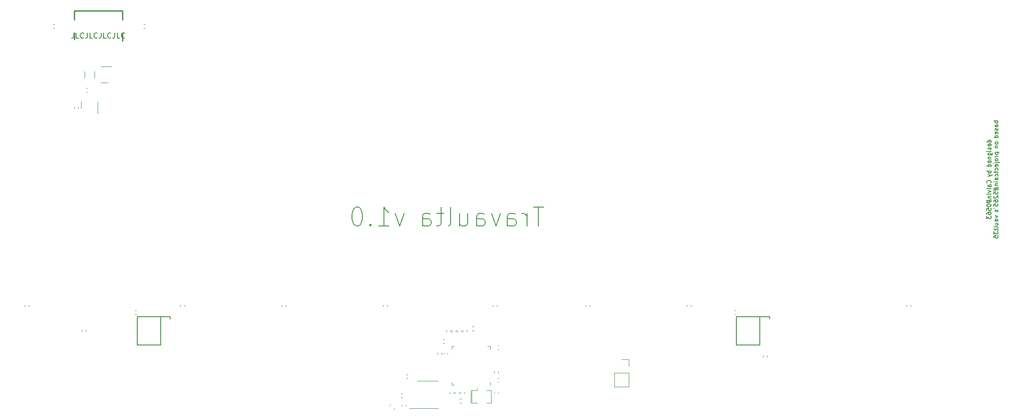
<source format=gbr>
%TF.GenerationSoftware,KiCad,Pcbnew,(7.0.0)*%
%TF.CreationDate,2023-02-16T23:07:07+01:00*%
%TF.ProjectId,travaulta simplified,74726176-6175-46c7-9461-2073696d706c,rev?*%
%TF.SameCoordinates,Original*%
%TF.FileFunction,Legend,Bot*%
%TF.FilePolarity,Positive*%
%FSLAX46Y46*%
G04 Gerber Fmt 4.6, Leading zero omitted, Abs format (unit mm)*
G04 Created by KiCad (PCBNEW (7.0.0)) date 2023-02-16 23:07:07*
%MOMM*%
%LPD*%
G01*
G04 APERTURE LIST*
%ADD10C,0.200000*%
%ADD11C,0.150000*%
%ADD12C,0.120000*%
%ADD13C,0.170180*%
%ADD14C,0.002540*%
%ADD15C,0.254000*%
G04 APERTURE END LIST*
D10*
X166354166Y-83050834D02*
X164354166Y-83050834D01*
X165354166Y-86550834D02*
X165354166Y-83050834D01*
X163187499Y-86550834D02*
X163187499Y-84217501D01*
X163187499Y-84884167D02*
X163020833Y-84550834D01*
X163020833Y-84550834D02*
X162854166Y-84384167D01*
X162854166Y-84384167D02*
X162520833Y-84217501D01*
X162520833Y-84217501D02*
X162187499Y-84217501D01*
X159520832Y-86550834D02*
X159520832Y-84717501D01*
X159520832Y-84717501D02*
X159687499Y-84384167D01*
X159687499Y-84384167D02*
X160020832Y-84217501D01*
X160020832Y-84217501D02*
X160687499Y-84217501D01*
X160687499Y-84217501D02*
X161020832Y-84384167D01*
X159520832Y-86384167D02*
X159854166Y-86550834D01*
X159854166Y-86550834D02*
X160687499Y-86550834D01*
X160687499Y-86550834D02*
X161020832Y-86384167D01*
X161020832Y-86384167D02*
X161187499Y-86050834D01*
X161187499Y-86050834D02*
X161187499Y-85717501D01*
X161187499Y-85717501D02*
X161020832Y-85384167D01*
X161020832Y-85384167D02*
X160687499Y-85217501D01*
X160687499Y-85217501D02*
X159854166Y-85217501D01*
X159854166Y-85217501D02*
X159520832Y-85050834D01*
X158187499Y-84217501D02*
X157354165Y-86550834D01*
X157354165Y-86550834D02*
X156520832Y-84217501D01*
X153687498Y-86550834D02*
X153687498Y-84717501D01*
X153687498Y-84717501D02*
X153854165Y-84384167D01*
X153854165Y-84384167D02*
X154187498Y-84217501D01*
X154187498Y-84217501D02*
X154854165Y-84217501D01*
X154854165Y-84217501D02*
X155187498Y-84384167D01*
X153687498Y-86384167D02*
X154020832Y-86550834D01*
X154020832Y-86550834D02*
X154854165Y-86550834D01*
X154854165Y-86550834D02*
X155187498Y-86384167D01*
X155187498Y-86384167D02*
X155354165Y-86050834D01*
X155354165Y-86050834D02*
X155354165Y-85717501D01*
X155354165Y-85717501D02*
X155187498Y-85384167D01*
X155187498Y-85384167D02*
X154854165Y-85217501D01*
X154854165Y-85217501D02*
X154020832Y-85217501D01*
X154020832Y-85217501D02*
X153687498Y-85050834D01*
X150520831Y-84217501D02*
X150520831Y-86550834D01*
X152020831Y-84217501D02*
X152020831Y-86050834D01*
X152020831Y-86050834D02*
X151854165Y-86384167D01*
X151854165Y-86384167D02*
X151520831Y-86550834D01*
X151520831Y-86550834D02*
X151020831Y-86550834D01*
X151020831Y-86550834D02*
X150687498Y-86384167D01*
X150687498Y-86384167D02*
X150520831Y-86217501D01*
X148354164Y-86550834D02*
X148687498Y-86384167D01*
X148687498Y-86384167D02*
X148854164Y-86050834D01*
X148854164Y-86050834D02*
X148854164Y-83050834D01*
X147520831Y-84217501D02*
X146187498Y-84217501D01*
X147020831Y-83050834D02*
X147020831Y-86050834D01*
X147020831Y-86050834D02*
X146854165Y-86384167D01*
X146854165Y-86384167D02*
X146520831Y-86550834D01*
X146520831Y-86550834D02*
X146187498Y-86550834D01*
X143520831Y-86550834D02*
X143520831Y-84717501D01*
X143520831Y-84717501D02*
X143687498Y-84384167D01*
X143687498Y-84384167D02*
X144020831Y-84217501D01*
X144020831Y-84217501D02*
X144687498Y-84217501D01*
X144687498Y-84217501D02*
X145020831Y-84384167D01*
X143520831Y-86384167D02*
X143854165Y-86550834D01*
X143854165Y-86550834D02*
X144687498Y-86550834D01*
X144687498Y-86550834D02*
X145020831Y-86384167D01*
X145020831Y-86384167D02*
X145187498Y-86050834D01*
X145187498Y-86050834D02*
X145187498Y-85717501D01*
X145187498Y-85717501D02*
X145020831Y-85384167D01*
X145020831Y-85384167D02*
X144687498Y-85217501D01*
X144687498Y-85217501D02*
X143854165Y-85217501D01*
X143854165Y-85217501D02*
X143520831Y-85050834D01*
X140087498Y-84217501D02*
X139254164Y-86550834D01*
X139254164Y-86550834D02*
X138420831Y-84217501D01*
X135254164Y-86550834D02*
X137254164Y-86550834D01*
X136254164Y-86550834D02*
X136254164Y-83050834D01*
X136254164Y-83050834D02*
X136587497Y-83550834D01*
X136587497Y-83550834D02*
X136920831Y-83884167D01*
X136920831Y-83884167D02*
X137254164Y-84050834D01*
X133754164Y-86217501D02*
X133587498Y-86384167D01*
X133587498Y-86384167D02*
X133754164Y-86550834D01*
X133754164Y-86550834D02*
X133920831Y-86384167D01*
X133920831Y-86384167D02*
X133754164Y-86217501D01*
X133754164Y-86217501D02*
X133754164Y-86550834D01*
X131420831Y-83050834D02*
X131087497Y-83050834D01*
X131087497Y-83050834D02*
X130754164Y-83217501D01*
X130754164Y-83217501D02*
X130587497Y-83384167D01*
X130587497Y-83384167D02*
X130420831Y-83717501D01*
X130420831Y-83717501D02*
X130254164Y-84384167D01*
X130254164Y-84384167D02*
X130254164Y-85217501D01*
X130254164Y-85217501D02*
X130420831Y-85884167D01*
X130420831Y-85884167D02*
X130587497Y-86217501D01*
X130587497Y-86217501D02*
X130754164Y-86384167D01*
X130754164Y-86384167D02*
X131087497Y-86550834D01*
X131087497Y-86550834D02*
X131420831Y-86550834D01*
X131420831Y-86550834D02*
X131754164Y-86384167D01*
X131754164Y-86384167D02*
X131920831Y-86217501D01*
X131920831Y-86217501D02*
X132087497Y-85884167D01*
X132087497Y-85884167D02*
X132254164Y-85217501D01*
X132254164Y-85217501D02*
X132254164Y-84384167D01*
X132254164Y-84384167D02*
X132087497Y-83717501D01*
X132087497Y-83717501D02*
X131920831Y-83384167D01*
X131920831Y-83384167D02*
X131754164Y-83217501D01*
X131754164Y-83217501D02*
X131420831Y-83050834D01*
D11*
X77930951Y-50167380D02*
X77930951Y-50881666D01*
X77930951Y-50881666D02*
X77883332Y-51024523D01*
X77883332Y-51024523D02*
X77788094Y-51119761D01*
X77788094Y-51119761D02*
X77645237Y-51167380D01*
X77645237Y-51167380D02*
X77549999Y-51167380D01*
X78883332Y-51167380D02*
X78407142Y-51167380D01*
X78407142Y-51167380D02*
X78407142Y-50167380D01*
X79788094Y-51072142D02*
X79740475Y-51119761D01*
X79740475Y-51119761D02*
X79597618Y-51167380D01*
X79597618Y-51167380D02*
X79502380Y-51167380D01*
X79502380Y-51167380D02*
X79359523Y-51119761D01*
X79359523Y-51119761D02*
X79264285Y-51024523D01*
X79264285Y-51024523D02*
X79216666Y-50929285D01*
X79216666Y-50929285D02*
X79169047Y-50738809D01*
X79169047Y-50738809D02*
X79169047Y-50595952D01*
X79169047Y-50595952D02*
X79216666Y-50405476D01*
X79216666Y-50405476D02*
X79264285Y-50310238D01*
X79264285Y-50310238D02*
X79359523Y-50215000D01*
X79359523Y-50215000D02*
X79502380Y-50167380D01*
X79502380Y-50167380D02*
X79597618Y-50167380D01*
X79597618Y-50167380D02*
X79740475Y-50215000D01*
X79740475Y-50215000D02*
X79788094Y-50262619D01*
X80502380Y-50167380D02*
X80502380Y-50881666D01*
X80502380Y-50881666D02*
X80454761Y-51024523D01*
X80454761Y-51024523D02*
X80359523Y-51119761D01*
X80359523Y-51119761D02*
X80216666Y-51167380D01*
X80216666Y-51167380D02*
X80121428Y-51167380D01*
X81454761Y-51167380D02*
X80978571Y-51167380D01*
X80978571Y-51167380D02*
X80978571Y-50167380D01*
X82359523Y-51072142D02*
X82311904Y-51119761D01*
X82311904Y-51119761D02*
X82169047Y-51167380D01*
X82169047Y-51167380D02*
X82073809Y-51167380D01*
X82073809Y-51167380D02*
X81930952Y-51119761D01*
X81930952Y-51119761D02*
X81835714Y-51024523D01*
X81835714Y-51024523D02*
X81788095Y-50929285D01*
X81788095Y-50929285D02*
X81740476Y-50738809D01*
X81740476Y-50738809D02*
X81740476Y-50595952D01*
X81740476Y-50595952D02*
X81788095Y-50405476D01*
X81788095Y-50405476D02*
X81835714Y-50310238D01*
X81835714Y-50310238D02*
X81930952Y-50215000D01*
X81930952Y-50215000D02*
X82073809Y-50167380D01*
X82073809Y-50167380D02*
X82169047Y-50167380D01*
X82169047Y-50167380D02*
X82311904Y-50215000D01*
X82311904Y-50215000D02*
X82359523Y-50262619D01*
X83073809Y-50167380D02*
X83073809Y-50881666D01*
X83073809Y-50881666D02*
X83026190Y-51024523D01*
X83026190Y-51024523D02*
X82930952Y-51119761D01*
X82930952Y-51119761D02*
X82788095Y-51167380D01*
X82788095Y-51167380D02*
X82692857Y-51167380D01*
X84026190Y-51167380D02*
X83550000Y-51167380D01*
X83550000Y-51167380D02*
X83550000Y-50167380D01*
X84930952Y-51072142D02*
X84883333Y-51119761D01*
X84883333Y-51119761D02*
X84740476Y-51167380D01*
X84740476Y-51167380D02*
X84645238Y-51167380D01*
X84645238Y-51167380D02*
X84502381Y-51119761D01*
X84502381Y-51119761D02*
X84407143Y-51024523D01*
X84407143Y-51024523D02*
X84359524Y-50929285D01*
X84359524Y-50929285D02*
X84311905Y-50738809D01*
X84311905Y-50738809D02*
X84311905Y-50595952D01*
X84311905Y-50595952D02*
X84359524Y-50405476D01*
X84359524Y-50405476D02*
X84407143Y-50310238D01*
X84407143Y-50310238D02*
X84502381Y-50215000D01*
X84502381Y-50215000D02*
X84645238Y-50167380D01*
X84645238Y-50167380D02*
X84740476Y-50167380D01*
X84740476Y-50167380D02*
X84883333Y-50215000D01*
X84883333Y-50215000D02*
X84930952Y-50262619D01*
X85645238Y-50167380D02*
X85645238Y-50881666D01*
X85645238Y-50881666D02*
X85597619Y-51024523D01*
X85597619Y-51024523D02*
X85502381Y-51119761D01*
X85502381Y-51119761D02*
X85359524Y-51167380D01*
X85359524Y-51167380D02*
X85264286Y-51167380D01*
X86597619Y-51167380D02*
X86121429Y-51167380D01*
X86121429Y-51167380D02*
X86121429Y-50167380D01*
X87502381Y-51072142D02*
X87454762Y-51119761D01*
X87454762Y-51119761D02*
X87311905Y-51167380D01*
X87311905Y-51167380D02*
X87216667Y-51167380D01*
X87216667Y-51167380D02*
X87073810Y-51119761D01*
X87073810Y-51119761D02*
X86978572Y-51024523D01*
X86978572Y-51024523D02*
X86930953Y-50929285D01*
X86930953Y-50929285D02*
X86883334Y-50738809D01*
X86883334Y-50738809D02*
X86883334Y-50595952D01*
X86883334Y-50595952D02*
X86930953Y-50405476D01*
X86930953Y-50405476D02*
X86978572Y-50310238D01*
X86978572Y-50310238D02*
X87073810Y-50215000D01*
X87073810Y-50215000D02*
X87216667Y-50167380D01*
X87216667Y-50167380D02*
X87311905Y-50167380D01*
X87311905Y-50167380D02*
X87454762Y-50215000D01*
X87454762Y-50215000D02*
X87502381Y-50262619D01*
X250470904Y-70774165D02*
X249670904Y-70774165D01*
X250432809Y-70774165D02*
X250470904Y-70697974D01*
X250470904Y-70697974D02*
X250470904Y-70545593D01*
X250470904Y-70545593D02*
X250432809Y-70469403D01*
X250432809Y-70469403D02*
X250394714Y-70431308D01*
X250394714Y-70431308D02*
X250318523Y-70393212D01*
X250318523Y-70393212D02*
X250089952Y-70393212D01*
X250089952Y-70393212D02*
X250013761Y-70431308D01*
X250013761Y-70431308D02*
X249975666Y-70469403D01*
X249975666Y-70469403D02*
X249937571Y-70545593D01*
X249937571Y-70545593D02*
X249937571Y-70697974D01*
X249937571Y-70697974D02*
X249975666Y-70774165D01*
X250432809Y-71459880D02*
X250470904Y-71383689D01*
X250470904Y-71383689D02*
X250470904Y-71231308D01*
X250470904Y-71231308D02*
X250432809Y-71155118D01*
X250432809Y-71155118D02*
X250356619Y-71117022D01*
X250356619Y-71117022D02*
X250051857Y-71117022D01*
X250051857Y-71117022D02*
X249975666Y-71155118D01*
X249975666Y-71155118D02*
X249937571Y-71231308D01*
X249937571Y-71231308D02*
X249937571Y-71383689D01*
X249937571Y-71383689D02*
X249975666Y-71459880D01*
X249975666Y-71459880D02*
X250051857Y-71497975D01*
X250051857Y-71497975D02*
X250128047Y-71497975D01*
X250128047Y-71497975D02*
X250204238Y-71117022D01*
X250432809Y-71802736D02*
X250470904Y-71878927D01*
X250470904Y-71878927D02*
X250470904Y-72031308D01*
X250470904Y-72031308D02*
X250432809Y-72107498D01*
X250432809Y-72107498D02*
X250356619Y-72145594D01*
X250356619Y-72145594D02*
X250318523Y-72145594D01*
X250318523Y-72145594D02*
X250242333Y-72107498D01*
X250242333Y-72107498D02*
X250204238Y-72031308D01*
X250204238Y-72031308D02*
X250204238Y-71917022D01*
X250204238Y-71917022D02*
X250166142Y-71840832D01*
X250166142Y-71840832D02*
X250089952Y-71802736D01*
X250089952Y-71802736D02*
X250051857Y-71802736D01*
X250051857Y-71802736D02*
X249975666Y-71840832D01*
X249975666Y-71840832D02*
X249937571Y-71917022D01*
X249937571Y-71917022D02*
X249937571Y-72031308D01*
X249937571Y-72031308D02*
X249975666Y-72107498D01*
X250470904Y-72488451D02*
X249937571Y-72488451D01*
X249670904Y-72488451D02*
X249709000Y-72450355D01*
X249709000Y-72450355D02*
X249747095Y-72488451D01*
X249747095Y-72488451D02*
X249709000Y-72526546D01*
X249709000Y-72526546D02*
X249670904Y-72488451D01*
X249670904Y-72488451D02*
X249747095Y-72488451D01*
X249937571Y-73212260D02*
X250585190Y-73212260D01*
X250585190Y-73212260D02*
X250661380Y-73174165D01*
X250661380Y-73174165D02*
X250699476Y-73136069D01*
X250699476Y-73136069D02*
X250737571Y-73059879D01*
X250737571Y-73059879D02*
X250737571Y-72945593D01*
X250737571Y-72945593D02*
X250699476Y-72869403D01*
X250432809Y-73212260D02*
X250470904Y-73136069D01*
X250470904Y-73136069D02*
X250470904Y-72983688D01*
X250470904Y-72983688D02*
X250432809Y-72907498D01*
X250432809Y-72907498D02*
X250394714Y-72869403D01*
X250394714Y-72869403D02*
X250318523Y-72831307D01*
X250318523Y-72831307D02*
X250089952Y-72831307D01*
X250089952Y-72831307D02*
X250013761Y-72869403D01*
X250013761Y-72869403D02*
X249975666Y-72907498D01*
X249975666Y-72907498D02*
X249937571Y-72983688D01*
X249937571Y-72983688D02*
X249937571Y-73136069D01*
X249937571Y-73136069D02*
X249975666Y-73212260D01*
X249937571Y-73593213D02*
X250470904Y-73593213D01*
X250013761Y-73593213D02*
X249975666Y-73631308D01*
X249975666Y-73631308D02*
X249937571Y-73707498D01*
X249937571Y-73707498D02*
X249937571Y-73821784D01*
X249937571Y-73821784D02*
X249975666Y-73897975D01*
X249975666Y-73897975D02*
X250051857Y-73936070D01*
X250051857Y-73936070D02*
X250470904Y-73936070D01*
X250432809Y-74621785D02*
X250470904Y-74545594D01*
X250470904Y-74545594D02*
X250470904Y-74393213D01*
X250470904Y-74393213D02*
X250432809Y-74317023D01*
X250432809Y-74317023D02*
X250356619Y-74278927D01*
X250356619Y-74278927D02*
X250051857Y-74278927D01*
X250051857Y-74278927D02*
X249975666Y-74317023D01*
X249975666Y-74317023D02*
X249937571Y-74393213D01*
X249937571Y-74393213D02*
X249937571Y-74545594D01*
X249937571Y-74545594D02*
X249975666Y-74621785D01*
X249975666Y-74621785D02*
X250051857Y-74659880D01*
X250051857Y-74659880D02*
X250128047Y-74659880D01*
X250128047Y-74659880D02*
X250204238Y-74278927D01*
X250470904Y-75345594D02*
X249670904Y-75345594D01*
X250432809Y-75345594D02*
X250470904Y-75269403D01*
X250470904Y-75269403D02*
X250470904Y-75117022D01*
X250470904Y-75117022D02*
X250432809Y-75040832D01*
X250432809Y-75040832D02*
X250394714Y-75002737D01*
X250394714Y-75002737D02*
X250318523Y-74964641D01*
X250318523Y-74964641D02*
X250089952Y-74964641D01*
X250089952Y-74964641D02*
X250013761Y-75002737D01*
X250013761Y-75002737D02*
X249975666Y-75040832D01*
X249975666Y-75040832D02*
X249937571Y-75117022D01*
X249937571Y-75117022D02*
X249937571Y-75269403D01*
X249937571Y-75269403D02*
X249975666Y-75345594D01*
X250470904Y-76206547D02*
X249670904Y-76206547D01*
X249975666Y-76206547D02*
X249937571Y-76282737D01*
X249937571Y-76282737D02*
X249937571Y-76435118D01*
X249937571Y-76435118D02*
X249975666Y-76511309D01*
X249975666Y-76511309D02*
X250013761Y-76549404D01*
X250013761Y-76549404D02*
X250089952Y-76587499D01*
X250089952Y-76587499D02*
X250318523Y-76587499D01*
X250318523Y-76587499D02*
X250394714Y-76549404D01*
X250394714Y-76549404D02*
X250432809Y-76511309D01*
X250432809Y-76511309D02*
X250470904Y-76435118D01*
X250470904Y-76435118D02*
X250470904Y-76282737D01*
X250470904Y-76282737D02*
X250432809Y-76206547D01*
X249937571Y-76854166D02*
X250470904Y-77044642D01*
X249937571Y-77235119D02*
X250470904Y-77044642D01*
X250470904Y-77044642D02*
X250661380Y-76968452D01*
X250661380Y-76968452D02*
X250699476Y-76930357D01*
X250699476Y-76930357D02*
X250737571Y-76854166D01*
X250394714Y-78477024D02*
X250432809Y-78438928D01*
X250432809Y-78438928D02*
X250470904Y-78324643D01*
X250470904Y-78324643D02*
X250470904Y-78248452D01*
X250470904Y-78248452D02*
X250432809Y-78134166D01*
X250432809Y-78134166D02*
X250356619Y-78057976D01*
X250356619Y-78057976D02*
X250280428Y-78019881D01*
X250280428Y-78019881D02*
X250128047Y-77981785D01*
X250128047Y-77981785D02*
X250013761Y-77981785D01*
X250013761Y-77981785D02*
X249861380Y-78019881D01*
X249861380Y-78019881D02*
X249785190Y-78057976D01*
X249785190Y-78057976D02*
X249709000Y-78134166D01*
X249709000Y-78134166D02*
X249670904Y-78248452D01*
X249670904Y-78248452D02*
X249670904Y-78324643D01*
X249670904Y-78324643D02*
X249709000Y-78438928D01*
X249709000Y-78438928D02*
X249747095Y-78477024D01*
X250470904Y-79162738D02*
X250051857Y-79162738D01*
X250051857Y-79162738D02*
X249975666Y-79124643D01*
X249975666Y-79124643D02*
X249937571Y-79048452D01*
X249937571Y-79048452D02*
X249937571Y-78896071D01*
X249937571Y-78896071D02*
X249975666Y-78819881D01*
X250432809Y-79162738D02*
X250470904Y-79086547D01*
X250470904Y-79086547D02*
X250470904Y-78896071D01*
X250470904Y-78896071D02*
X250432809Y-78819881D01*
X250432809Y-78819881D02*
X250356619Y-78781785D01*
X250356619Y-78781785D02*
X250280428Y-78781785D01*
X250280428Y-78781785D02*
X250204238Y-78819881D01*
X250204238Y-78819881D02*
X250166142Y-78896071D01*
X250166142Y-78896071D02*
X250166142Y-79086547D01*
X250166142Y-79086547D02*
X250128047Y-79162738D01*
X250470904Y-79657976D02*
X250432809Y-79581786D01*
X250432809Y-79581786D02*
X250356619Y-79543691D01*
X250356619Y-79543691D02*
X249670904Y-79543691D01*
X249937571Y-79886548D02*
X250470904Y-80077024D01*
X250470904Y-80077024D02*
X249937571Y-80267501D01*
X250470904Y-80572263D02*
X249937571Y-80572263D01*
X249670904Y-80572263D02*
X249709000Y-80534167D01*
X249709000Y-80534167D02*
X249747095Y-80572263D01*
X249747095Y-80572263D02*
X249709000Y-80610358D01*
X249709000Y-80610358D02*
X249670904Y-80572263D01*
X249670904Y-80572263D02*
X249747095Y-80572263D01*
X249937571Y-80953215D02*
X250470904Y-80953215D01*
X250013761Y-80953215D02*
X249975666Y-80991310D01*
X249975666Y-80991310D02*
X249937571Y-81067500D01*
X249937571Y-81067500D02*
X249937571Y-81181786D01*
X249937571Y-81181786D02*
X249975666Y-81257977D01*
X249975666Y-81257977D02*
X250051857Y-81296072D01*
X250051857Y-81296072D02*
X250470904Y-81296072D01*
X249937571Y-81638929D02*
X249937571Y-82210358D01*
X249594714Y-81867501D02*
X250623285Y-81638929D01*
X250280428Y-82134168D02*
X250280428Y-81562739D01*
X250623285Y-81905596D02*
X249594714Y-82134168D01*
X249670904Y-82629406D02*
X249670904Y-82705596D01*
X249670904Y-82705596D02*
X249709000Y-82781787D01*
X249709000Y-82781787D02*
X249747095Y-82819882D01*
X249747095Y-82819882D02*
X249823285Y-82857977D01*
X249823285Y-82857977D02*
X249975666Y-82896072D01*
X249975666Y-82896072D02*
X250166142Y-82896072D01*
X250166142Y-82896072D02*
X250318523Y-82857977D01*
X250318523Y-82857977D02*
X250394714Y-82819882D01*
X250394714Y-82819882D02*
X250432809Y-82781787D01*
X250432809Y-82781787D02*
X250470904Y-82705596D01*
X250470904Y-82705596D02*
X250470904Y-82629406D01*
X250470904Y-82629406D02*
X250432809Y-82553215D01*
X250432809Y-82553215D02*
X250394714Y-82515120D01*
X250394714Y-82515120D02*
X250318523Y-82477025D01*
X250318523Y-82477025D02*
X250166142Y-82438929D01*
X250166142Y-82438929D02*
X249975666Y-82438929D01*
X249975666Y-82438929D02*
X249823285Y-82477025D01*
X249823285Y-82477025D02*
X249747095Y-82515120D01*
X249747095Y-82515120D02*
X249709000Y-82553215D01*
X249709000Y-82553215D02*
X249670904Y-82629406D01*
X249670904Y-83619882D02*
X249670904Y-83238930D01*
X249670904Y-83238930D02*
X250051857Y-83200834D01*
X250051857Y-83200834D02*
X250013761Y-83238930D01*
X250013761Y-83238930D02*
X249975666Y-83315120D01*
X249975666Y-83315120D02*
X249975666Y-83505596D01*
X249975666Y-83505596D02*
X250013761Y-83581787D01*
X250013761Y-83581787D02*
X250051857Y-83619882D01*
X250051857Y-83619882D02*
X250128047Y-83657977D01*
X250128047Y-83657977D02*
X250318523Y-83657977D01*
X250318523Y-83657977D02*
X250394714Y-83619882D01*
X250394714Y-83619882D02*
X250432809Y-83581787D01*
X250432809Y-83581787D02*
X250470904Y-83505596D01*
X250470904Y-83505596D02*
X250470904Y-83315120D01*
X250470904Y-83315120D02*
X250432809Y-83238930D01*
X250432809Y-83238930D02*
X250394714Y-83200834D01*
X249670904Y-84343692D02*
X249670904Y-84191311D01*
X249670904Y-84191311D02*
X249709000Y-84115120D01*
X249709000Y-84115120D02*
X249747095Y-84077025D01*
X249747095Y-84077025D02*
X249861380Y-84000835D01*
X249861380Y-84000835D02*
X250013761Y-83962739D01*
X250013761Y-83962739D02*
X250318523Y-83962739D01*
X250318523Y-83962739D02*
X250394714Y-84000835D01*
X250394714Y-84000835D02*
X250432809Y-84038930D01*
X250432809Y-84038930D02*
X250470904Y-84115120D01*
X250470904Y-84115120D02*
X250470904Y-84267501D01*
X250470904Y-84267501D02*
X250432809Y-84343692D01*
X250432809Y-84343692D02*
X250394714Y-84381787D01*
X250394714Y-84381787D02*
X250318523Y-84419882D01*
X250318523Y-84419882D02*
X250128047Y-84419882D01*
X250128047Y-84419882D02*
X250051857Y-84381787D01*
X250051857Y-84381787D02*
X250013761Y-84343692D01*
X250013761Y-84343692D02*
X249975666Y-84267501D01*
X249975666Y-84267501D02*
X249975666Y-84115120D01*
X249975666Y-84115120D02*
X250013761Y-84038930D01*
X250013761Y-84038930D02*
X250051857Y-84000835D01*
X250051857Y-84000835D02*
X250128047Y-83962739D01*
X249670904Y-84686549D02*
X249670904Y-85181787D01*
X249670904Y-85181787D02*
X249975666Y-84915121D01*
X249975666Y-84915121D02*
X249975666Y-85029406D01*
X249975666Y-85029406D02*
X250013761Y-85105597D01*
X250013761Y-85105597D02*
X250051857Y-85143692D01*
X250051857Y-85143692D02*
X250128047Y-85181787D01*
X250128047Y-85181787D02*
X250318523Y-85181787D01*
X250318523Y-85181787D02*
X250394714Y-85143692D01*
X250394714Y-85143692D02*
X250432809Y-85105597D01*
X250432809Y-85105597D02*
X250470904Y-85029406D01*
X250470904Y-85029406D02*
X250470904Y-84800835D01*
X250470904Y-84800835D02*
X250432809Y-84724644D01*
X250432809Y-84724644D02*
X250394714Y-84686549D01*
X251766904Y-66781783D02*
X250966904Y-66781783D01*
X251271666Y-66781783D02*
X251233571Y-66857973D01*
X251233571Y-66857973D02*
X251233571Y-67010354D01*
X251233571Y-67010354D02*
X251271666Y-67086545D01*
X251271666Y-67086545D02*
X251309761Y-67124640D01*
X251309761Y-67124640D02*
X251385952Y-67162735D01*
X251385952Y-67162735D02*
X251614523Y-67162735D01*
X251614523Y-67162735D02*
X251690714Y-67124640D01*
X251690714Y-67124640D02*
X251728809Y-67086545D01*
X251728809Y-67086545D02*
X251766904Y-67010354D01*
X251766904Y-67010354D02*
X251766904Y-66857973D01*
X251766904Y-66857973D02*
X251728809Y-66781783D01*
X251766904Y-67848450D02*
X251347857Y-67848450D01*
X251347857Y-67848450D02*
X251271666Y-67810355D01*
X251271666Y-67810355D02*
X251233571Y-67734164D01*
X251233571Y-67734164D02*
X251233571Y-67581783D01*
X251233571Y-67581783D02*
X251271666Y-67505593D01*
X251728809Y-67848450D02*
X251766904Y-67772259D01*
X251766904Y-67772259D02*
X251766904Y-67581783D01*
X251766904Y-67581783D02*
X251728809Y-67505593D01*
X251728809Y-67505593D02*
X251652619Y-67467497D01*
X251652619Y-67467497D02*
X251576428Y-67467497D01*
X251576428Y-67467497D02*
X251500238Y-67505593D01*
X251500238Y-67505593D02*
X251462142Y-67581783D01*
X251462142Y-67581783D02*
X251462142Y-67772259D01*
X251462142Y-67772259D02*
X251424047Y-67848450D01*
X251728809Y-68191307D02*
X251766904Y-68267498D01*
X251766904Y-68267498D02*
X251766904Y-68419879D01*
X251766904Y-68419879D02*
X251728809Y-68496069D01*
X251728809Y-68496069D02*
X251652619Y-68534165D01*
X251652619Y-68534165D02*
X251614523Y-68534165D01*
X251614523Y-68534165D02*
X251538333Y-68496069D01*
X251538333Y-68496069D02*
X251500238Y-68419879D01*
X251500238Y-68419879D02*
X251500238Y-68305593D01*
X251500238Y-68305593D02*
X251462142Y-68229403D01*
X251462142Y-68229403D02*
X251385952Y-68191307D01*
X251385952Y-68191307D02*
X251347857Y-68191307D01*
X251347857Y-68191307D02*
X251271666Y-68229403D01*
X251271666Y-68229403D02*
X251233571Y-68305593D01*
X251233571Y-68305593D02*
X251233571Y-68419879D01*
X251233571Y-68419879D02*
X251271666Y-68496069D01*
X251728809Y-69181784D02*
X251766904Y-69105593D01*
X251766904Y-69105593D02*
X251766904Y-68953212D01*
X251766904Y-68953212D02*
X251728809Y-68877022D01*
X251728809Y-68877022D02*
X251652619Y-68838926D01*
X251652619Y-68838926D02*
X251347857Y-68838926D01*
X251347857Y-68838926D02*
X251271666Y-68877022D01*
X251271666Y-68877022D02*
X251233571Y-68953212D01*
X251233571Y-68953212D02*
X251233571Y-69105593D01*
X251233571Y-69105593D02*
X251271666Y-69181784D01*
X251271666Y-69181784D02*
X251347857Y-69219879D01*
X251347857Y-69219879D02*
X251424047Y-69219879D01*
X251424047Y-69219879D02*
X251500238Y-68838926D01*
X251766904Y-69905593D02*
X250966904Y-69905593D01*
X251728809Y-69905593D02*
X251766904Y-69829402D01*
X251766904Y-69829402D02*
X251766904Y-69677021D01*
X251766904Y-69677021D02*
X251728809Y-69600831D01*
X251728809Y-69600831D02*
X251690714Y-69562736D01*
X251690714Y-69562736D02*
X251614523Y-69524640D01*
X251614523Y-69524640D02*
X251385952Y-69524640D01*
X251385952Y-69524640D02*
X251309761Y-69562736D01*
X251309761Y-69562736D02*
X251271666Y-69600831D01*
X251271666Y-69600831D02*
X251233571Y-69677021D01*
X251233571Y-69677021D02*
X251233571Y-69829402D01*
X251233571Y-69829402D02*
X251271666Y-69905593D01*
X251766904Y-70880831D02*
X251728809Y-70804641D01*
X251728809Y-70804641D02*
X251690714Y-70766546D01*
X251690714Y-70766546D02*
X251614523Y-70728450D01*
X251614523Y-70728450D02*
X251385952Y-70728450D01*
X251385952Y-70728450D02*
X251309761Y-70766546D01*
X251309761Y-70766546D02*
X251271666Y-70804641D01*
X251271666Y-70804641D02*
X251233571Y-70880831D01*
X251233571Y-70880831D02*
X251233571Y-70995117D01*
X251233571Y-70995117D02*
X251271666Y-71071308D01*
X251271666Y-71071308D02*
X251309761Y-71109403D01*
X251309761Y-71109403D02*
X251385952Y-71147498D01*
X251385952Y-71147498D02*
X251614523Y-71147498D01*
X251614523Y-71147498D02*
X251690714Y-71109403D01*
X251690714Y-71109403D02*
X251728809Y-71071308D01*
X251728809Y-71071308D02*
X251766904Y-70995117D01*
X251766904Y-70995117D02*
X251766904Y-70880831D01*
X251233571Y-71490356D02*
X251766904Y-71490356D01*
X251309761Y-71490356D02*
X251271666Y-71528451D01*
X251271666Y-71528451D02*
X251233571Y-71604641D01*
X251233571Y-71604641D02*
X251233571Y-71718927D01*
X251233571Y-71718927D02*
X251271666Y-71795118D01*
X251271666Y-71795118D02*
X251347857Y-71833213D01*
X251347857Y-71833213D02*
X251766904Y-71833213D01*
X251233571Y-72694166D02*
X252033571Y-72694166D01*
X251271666Y-72694166D02*
X251233571Y-72770356D01*
X251233571Y-72770356D02*
X251233571Y-72922737D01*
X251233571Y-72922737D02*
X251271666Y-72998928D01*
X251271666Y-72998928D02*
X251309761Y-73037023D01*
X251309761Y-73037023D02*
X251385952Y-73075118D01*
X251385952Y-73075118D02*
X251614523Y-73075118D01*
X251614523Y-73075118D02*
X251690714Y-73037023D01*
X251690714Y-73037023D02*
X251728809Y-72998928D01*
X251728809Y-72998928D02*
X251766904Y-72922737D01*
X251766904Y-72922737D02*
X251766904Y-72770356D01*
X251766904Y-72770356D02*
X251728809Y-72694166D01*
X251766904Y-73417976D02*
X251233571Y-73417976D01*
X251385952Y-73417976D02*
X251309761Y-73456071D01*
X251309761Y-73456071D02*
X251271666Y-73494166D01*
X251271666Y-73494166D02*
X251233571Y-73570357D01*
X251233571Y-73570357D02*
X251233571Y-73646547D01*
X251766904Y-74027499D02*
X251728809Y-73951309D01*
X251728809Y-73951309D02*
X251690714Y-73913214D01*
X251690714Y-73913214D02*
X251614523Y-73875118D01*
X251614523Y-73875118D02*
X251385952Y-73875118D01*
X251385952Y-73875118D02*
X251309761Y-73913214D01*
X251309761Y-73913214D02*
X251271666Y-73951309D01*
X251271666Y-73951309D02*
X251233571Y-74027499D01*
X251233571Y-74027499D02*
X251233571Y-74141785D01*
X251233571Y-74141785D02*
X251271666Y-74217976D01*
X251271666Y-74217976D02*
X251309761Y-74256071D01*
X251309761Y-74256071D02*
X251385952Y-74294166D01*
X251385952Y-74294166D02*
X251614523Y-74294166D01*
X251614523Y-74294166D02*
X251690714Y-74256071D01*
X251690714Y-74256071D02*
X251728809Y-74217976D01*
X251728809Y-74217976D02*
X251766904Y-74141785D01*
X251766904Y-74141785D02*
X251766904Y-74027499D01*
X251233571Y-74637024D02*
X251919285Y-74637024D01*
X251919285Y-74637024D02*
X251995476Y-74598928D01*
X251995476Y-74598928D02*
X252033571Y-74522738D01*
X252033571Y-74522738D02*
X252033571Y-74484643D01*
X250966904Y-74637024D02*
X251005000Y-74598928D01*
X251005000Y-74598928D02*
X251043095Y-74637024D01*
X251043095Y-74637024D02*
X251005000Y-74675119D01*
X251005000Y-74675119D02*
X250966904Y-74637024D01*
X250966904Y-74637024D02*
X251043095Y-74637024D01*
X251728809Y-75322738D02*
X251766904Y-75246547D01*
X251766904Y-75246547D02*
X251766904Y-75094166D01*
X251766904Y-75094166D02*
X251728809Y-75017976D01*
X251728809Y-75017976D02*
X251652619Y-74979880D01*
X251652619Y-74979880D02*
X251347857Y-74979880D01*
X251347857Y-74979880D02*
X251271666Y-75017976D01*
X251271666Y-75017976D02*
X251233571Y-75094166D01*
X251233571Y-75094166D02*
X251233571Y-75246547D01*
X251233571Y-75246547D02*
X251271666Y-75322738D01*
X251271666Y-75322738D02*
X251347857Y-75360833D01*
X251347857Y-75360833D02*
X251424047Y-75360833D01*
X251424047Y-75360833D02*
X251500238Y-74979880D01*
X251728809Y-76046547D02*
X251766904Y-75970356D01*
X251766904Y-75970356D02*
X251766904Y-75817975D01*
X251766904Y-75817975D02*
X251728809Y-75741785D01*
X251728809Y-75741785D02*
X251690714Y-75703690D01*
X251690714Y-75703690D02*
X251614523Y-75665594D01*
X251614523Y-75665594D02*
X251385952Y-75665594D01*
X251385952Y-75665594D02*
X251309761Y-75703690D01*
X251309761Y-75703690D02*
X251271666Y-75741785D01*
X251271666Y-75741785D02*
X251233571Y-75817975D01*
X251233571Y-75817975D02*
X251233571Y-75970356D01*
X251233571Y-75970356D02*
X251271666Y-76046547D01*
X251233571Y-76275118D02*
X251233571Y-76579880D01*
X250966904Y-76389404D02*
X251652619Y-76389404D01*
X251652619Y-76389404D02*
X251728809Y-76427499D01*
X251728809Y-76427499D02*
X251766904Y-76503689D01*
X251766904Y-76503689D02*
X251766904Y-76579880D01*
X251728809Y-77189404D02*
X251766904Y-77113213D01*
X251766904Y-77113213D02*
X251766904Y-76960832D01*
X251766904Y-76960832D02*
X251728809Y-76884642D01*
X251728809Y-76884642D02*
X251690714Y-76846547D01*
X251690714Y-76846547D02*
X251614523Y-76808451D01*
X251614523Y-76808451D02*
X251385952Y-76808451D01*
X251385952Y-76808451D02*
X251309761Y-76846547D01*
X251309761Y-76846547D02*
X251271666Y-76884642D01*
X251271666Y-76884642D02*
X251233571Y-76960832D01*
X251233571Y-76960832D02*
X251233571Y-77113213D01*
X251233571Y-77113213D02*
X251271666Y-77189404D01*
X251766904Y-77875118D02*
X251347857Y-77875118D01*
X251347857Y-77875118D02*
X251271666Y-77837023D01*
X251271666Y-77837023D02*
X251233571Y-77760832D01*
X251233571Y-77760832D02*
X251233571Y-77608451D01*
X251233571Y-77608451D02*
X251271666Y-77532261D01*
X251728809Y-77875118D02*
X251766904Y-77798927D01*
X251766904Y-77798927D02*
X251766904Y-77608451D01*
X251766904Y-77608451D02*
X251728809Y-77532261D01*
X251728809Y-77532261D02*
X251652619Y-77494165D01*
X251652619Y-77494165D02*
X251576428Y-77494165D01*
X251576428Y-77494165D02*
X251500238Y-77532261D01*
X251500238Y-77532261D02*
X251462142Y-77608451D01*
X251462142Y-77608451D02*
X251462142Y-77798927D01*
X251462142Y-77798927D02*
X251424047Y-77875118D01*
X251766904Y-78256071D02*
X251233571Y-78256071D01*
X250966904Y-78256071D02*
X251005000Y-78217975D01*
X251005000Y-78217975D02*
X251043095Y-78256071D01*
X251043095Y-78256071D02*
X251005000Y-78294166D01*
X251005000Y-78294166D02*
X250966904Y-78256071D01*
X250966904Y-78256071D02*
X251043095Y-78256071D01*
X251233571Y-78637023D02*
X251766904Y-78637023D01*
X251309761Y-78637023D02*
X251271666Y-78675118D01*
X251271666Y-78675118D02*
X251233571Y-78751308D01*
X251233571Y-78751308D02*
X251233571Y-78865594D01*
X251233571Y-78865594D02*
X251271666Y-78941785D01*
X251271666Y-78941785D02*
X251347857Y-78979880D01*
X251347857Y-78979880D02*
X251766904Y-78979880D01*
X251233571Y-79322737D02*
X251233571Y-79894166D01*
X250890714Y-79551309D02*
X251919285Y-79322737D01*
X251576428Y-79817976D02*
X251576428Y-79246547D01*
X251919285Y-79589404D02*
X250890714Y-79817976D01*
X250966904Y-80541785D02*
X250966904Y-80160833D01*
X250966904Y-80160833D02*
X251347857Y-80122737D01*
X251347857Y-80122737D02*
X251309761Y-80160833D01*
X251309761Y-80160833D02*
X251271666Y-80237023D01*
X251271666Y-80237023D02*
X251271666Y-80427499D01*
X251271666Y-80427499D02*
X251309761Y-80503690D01*
X251309761Y-80503690D02*
X251347857Y-80541785D01*
X251347857Y-80541785D02*
X251424047Y-80579880D01*
X251424047Y-80579880D02*
X251614523Y-80579880D01*
X251614523Y-80579880D02*
X251690714Y-80541785D01*
X251690714Y-80541785D02*
X251728809Y-80503690D01*
X251728809Y-80503690D02*
X251766904Y-80427499D01*
X251766904Y-80427499D02*
X251766904Y-80237023D01*
X251766904Y-80237023D02*
X251728809Y-80160833D01*
X251728809Y-80160833D02*
X251690714Y-80122737D01*
X251043095Y-80884642D02*
X251005000Y-80922738D01*
X251005000Y-80922738D02*
X250966904Y-80998928D01*
X250966904Y-80998928D02*
X250966904Y-81189404D01*
X250966904Y-81189404D02*
X251005000Y-81265595D01*
X251005000Y-81265595D02*
X251043095Y-81303690D01*
X251043095Y-81303690D02*
X251119285Y-81341785D01*
X251119285Y-81341785D02*
X251195476Y-81341785D01*
X251195476Y-81341785D02*
X251309761Y-81303690D01*
X251309761Y-81303690D02*
X251766904Y-80846547D01*
X251766904Y-80846547D02*
X251766904Y-81341785D01*
X250966904Y-82027500D02*
X250966904Y-81875119D01*
X250966904Y-81875119D02*
X251005000Y-81798928D01*
X251005000Y-81798928D02*
X251043095Y-81760833D01*
X251043095Y-81760833D02*
X251157380Y-81684643D01*
X251157380Y-81684643D02*
X251309761Y-81646547D01*
X251309761Y-81646547D02*
X251614523Y-81646547D01*
X251614523Y-81646547D02*
X251690714Y-81684643D01*
X251690714Y-81684643D02*
X251728809Y-81722738D01*
X251728809Y-81722738D02*
X251766904Y-81798928D01*
X251766904Y-81798928D02*
X251766904Y-81951309D01*
X251766904Y-81951309D02*
X251728809Y-82027500D01*
X251728809Y-82027500D02*
X251690714Y-82065595D01*
X251690714Y-82065595D02*
X251614523Y-82103690D01*
X251614523Y-82103690D02*
X251424047Y-82103690D01*
X251424047Y-82103690D02*
X251347857Y-82065595D01*
X251347857Y-82065595D02*
X251309761Y-82027500D01*
X251309761Y-82027500D02*
X251271666Y-81951309D01*
X251271666Y-81951309D02*
X251271666Y-81798928D01*
X251271666Y-81798928D02*
X251309761Y-81722738D01*
X251309761Y-81722738D02*
X251347857Y-81684643D01*
X251347857Y-81684643D02*
X251424047Y-81646547D01*
X250966904Y-82827500D02*
X250966904Y-82446548D01*
X250966904Y-82446548D02*
X251347857Y-82408452D01*
X251347857Y-82408452D02*
X251309761Y-82446548D01*
X251309761Y-82446548D02*
X251271666Y-82522738D01*
X251271666Y-82522738D02*
X251271666Y-82713214D01*
X251271666Y-82713214D02*
X251309761Y-82789405D01*
X251309761Y-82789405D02*
X251347857Y-82827500D01*
X251347857Y-82827500D02*
X251424047Y-82865595D01*
X251424047Y-82865595D02*
X251614523Y-82865595D01*
X251614523Y-82865595D02*
X251690714Y-82827500D01*
X251690714Y-82827500D02*
X251728809Y-82789405D01*
X251728809Y-82789405D02*
X251766904Y-82713214D01*
X251766904Y-82713214D02*
X251766904Y-82522738D01*
X251766904Y-82522738D02*
X251728809Y-82446548D01*
X251728809Y-82446548D02*
X251690714Y-82408452D01*
X250966904Y-83246548D02*
X251119285Y-83170357D01*
X251728809Y-83551309D02*
X251766904Y-83627500D01*
X251766904Y-83627500D02*
X251766904Y-83779881D01*
X251766904Y-83779881D02*
X251728809Y-83856071D01*
X251728809Y-83856071D02*
X251652619Y-83894167D01*
X251652619Y-83894167D02*
X251614523Y-83894167D01*
X251614523Y-83894167D02*
X251538333Y-83856071D01*
X251538333Y-83856071D02*
X251500238Y-83779881D01*
X251500238Y-83779881D02*
X251500238Y-83665595D01*
X251500238Y-83665595D02*
X251462142Y-83589405D01*
X251462142Y-83589405D02*
X251385952Y-83551309D01*
X251385952Y-83551309D02*
X251347857Y-83551309D01*
X251347857Y-83551309D02*
X251271666Y-83589405D01*
X251271666Y-83589405D02*
X251233571Y-83665595D01*
X251233571Y-83665595D02*
X251233571Y-83779881D01*
X251233571Y-83779881D02*
X251271666Y-83856071D01*
X251233571Y-84640833D02*
X251766904Y-84831309D01*
X251766904Y-84831309D02*
X251233571Y-85021786D01*
X251766904Y-85669405D02*
X251347857Y-85669405D01*
X251347857Y-85669405D02*
X251271666Y-85631310D01*
X251271666Y-85631310D02*
X251233571Y-85555119D01*
X251233571Y-85555119D02*
X251233571Y-85402738D01*
X251233571Y-85402738D02*
X251271666Y-85326548D01*
X251728809Y-85669405D02*
X251766904Y-85593214D01*
X251766904Y-85593214D02*
X251766904Y-85402738D01*
X251766904Y-85402738D02*
X251728809Y-85326548D01*
X251728809Y-85326548D02*
X251652619Y-85288452D01*
X251652619Y-85288452D02*
X251576428Y-85288452D01*
X251576428Y-85288452D02*
X251500238Y-85326548D01*
X251500238Y-85326548D02*
X251462142Y-85402738D01*
X251462142Y-85402738D02*
X251462142Y-85593214D01*
X251462142Y-85593214D02*
X251424047Y-85669405D01*
X251233571Y-86393215D02*
X251766904Y-86393215D01*
X251233571Y-86050358D02*
X251652619Y-86050358D01*
X251652619Y-86050358D02*
X251728809Y-86088453D01*
X251728809Y-86088453D02*
X251766904Y-86164643D01*
X251766904Y-86164643D02*
X251766904Y-86278929D01*
X251766904Y-86278929D02*
X251728809Y-86355120D01*
X251728809Y-86355120D02*
X251690714Y-86393215D01*
X251766904Y-86888453D02*
X251728809Y-86812263D01*
X251728809Y-86812263D02*
X251652619Y-86774168D01*
X251652619Y-86774168D02*
X250966904Y-86774168D01*
X251233571Y-87078930D02*
X251233571Y-87383692D01*
X250966904Y-87193216D02*
X251652619Y-87193216D01*
X251652619Y-87193216D02*
X251728809Y-87231311D01*
X251728809Y-87231311D02*
X251766904Y-87307501D01*
X251766904Y-87307501D02*
X251766904Y-87383692D01*
X250966904Y-87574168D02*
X250966904Y-88069406D01*
X250966904Y-88069406D02*
X251271666Y-87802740D01*
X251271666Y-87802740D02*
X251271666Y-87917025D01*
X251271666Y-87917025D02*
X251309761Y-87993216D01*
X251309761Y-87993216D02*
X251347857Y-88031311D01*
X251347857Y-88031311D02*
X251424047Y-88069406D01*
X251424047Y-88069406D02*
X251614523Y-88069406D01*
X251614523Y-88069406D02*
X251690714Y-88031311D01*
X251690714Y-88031311D02*
X251728809Y-87993216D01*
X251728809Y-87993216D02*
X251766904Y-87917025D01*
X251766904Y-87917025D02*
X251766904Y-87688454D01*
X251766904Y-87688454D02*
X251728809Y-87612263D01*
X251728809Y-87612263D02*
X251690714Y-87574168D01*
X250966904Y-88793216D02*
X250966904Y-88412264D01*
X250966904Y-88412264D02*
X251347857Y-88374168D01*
X251347857Y-88374168D02*
X251309761Y-88412264D01*
X251309761Y-88412264D02*
X251271666Y-88488454D01*
X251271666Y-88488454D02*
X251271666Y-88678930D01*
X251271666Y-88678930D02*
X251309761Y-88755121D01*
X251309761Y-88755121D02*
X251347857Y-88793216D01*
X251347857Y-88793216D02*
X251424047Y-88831311D01*
X251424047Y-88831311D02*
X251614523Y-88831311D01*
X251614523Y-88831311D02*
X251690714Y-88793216D01*
X251690714Y-88793216D02*
X251728809Y-88755121D01*
X251728809Y-88755121D02*
X251766904Y-88678930D01*
X251766904Y-88678930D02*
X251766904Y-88488454D01*
X251766904Y-88488454D02*
X251728809Y-88412264D01*
X251728809Y-88412264D02*
X251690714Y-88374168D01*
D12*
%TO.C,Y1*%
X152616000Y-117945000D02*
X152616000Y-117545000D01*
X152616000Y-119945000D02*
X152616000Y-117945000D01*
X152816000Y-117945000D02*
X152816000Y-117545000D01*
X152816000Y-117945000D02*
X152816000Y-119945000D01*
X152816000Y-119945000D02*
X153816000Y-119945000D01*
X153816000Y-117545000D02*
X152816000Y-117545000D01*
X153816000Y-117545000D02*
X153816000Y-117145000D01*
X155616000Y-119945000D02*
X156416000Y-119945000D01*
X156416000Y-117545000D02*
X155616000Y-117545000D01*
X156416000Y-117945000D02*
X156416000Y-117545000D01*
X156416000Y-119945000D02*
X156416000Y-117945000D01*
%TO.C,C7*%
X147611836Y-108691000D02*
X147396164Y-108691000D01*
X147611836Y-107971000D02*
X147396164Y-107971000D01*
%TO.C,C12*%
X202203164Y-102510000D02*
X202418836Y-102510000D01*
X202203164Y-103230000D02*
X202418836Y-103230000D01*
%TO.C,C15*%
X149391000Y-117912164D02*
X149391000Y-118127836D01*
X148671000Y-117912164D02*
X148671000Y-118127836D01*
%TO.C,U5*%
X144460375Y-115804000D02*
X142510375Y-115804000D01*
X144460375Y-115804000D02*
X146410375Y-115804000D01*
X144460375Y-120924000D02*
X141010375Y-120924000D01*
X144460375Y-120924000D02*
X146410375Y-120924000D01*
%TO.C,R7*%
X147122000Y-110463359D02*
X147122000Y-110770641D01*
X146362000Y-110463359D02*
X146362000Y-110770641D01*
%TO.C,R11*%
X98045000Y-101753641D02*
X98045000Y-101446359D01*
X98805000Y-101753641D02*
X98805000Y-101446359D01*
%TO.C,R2*%
X151891000Y-106233359D02*
X151891000Y-106540641D01*
X151131000Y-106233359D02*
X151131000Y-106540641D01*
%TO.C,C9*%
X157683164Y-115303994D02*
X157898836Y-115303994D01*
X157683164Y-116023994D02*
X157898836Y-116023994D01*
%TO.C,R4*%
X152881359Y-105538000D02*
X153188641Y-105538000D01*
X152881359Y-106298000D02*
X153188641Y-106298000D01*
%TO.C,R12*%
X156782500Y-101753641D02*
X156782500Y-101446359D01*
X157542500Y-101753641D02*
X157542500Y-101446359D01*
%TO.C,R15*%
X68708000Y-101753641D02*
X68708000Y-101446359D01*
X69468000Y-101753641D02*
X69468000Y-101446359D01*
%TO.C,C11*%
X151423000Y-117912164D02*
X151423000Y-118127836D01*
X150703000Y-117912164D02*
X150703000Y-118127836D01*
%TO.C,R13*%
X79503000Y-106452641D02*
X79503000Y-106145359D01*
X80263000Y-106452641D02*
X80263000Y-106145359D01*
%TO.C,C8*%
X157683164Y-109114000D02*
X157898836Y-109114000D01*
X157683164Y-109834000D02*
X157898836Y-109834000D01*
%TO.C,R10*%
X174245000Y-101753641D02*
X174245000Y-101446359D01*
X175005000Y-101753641D02*
X175005000Y-101446359D01*
D13*
%TO.C,U3*%
X208817860Y-103692500D02*
X206987500Y-103692500D01*
X206987500Y-103692500D02*
X206987500Y-109032500D01*
X202588220Y-103692500D02*
X206987500Y-103692500D01*
X208817860Y-104091280D02*
X208817860Y-103692500D01*
D14*
X202587860Y-108846620D02*
X202587860Y-108861860D01*
D13*
X206987500Y-109032500D02*
X202588220Y-109032500D01*
X202588220Y-109032500D02*
X202588220Y-103692500D01*
D12*
%TO.C,U1*%
X149036000Y-116513000D02*
X149511000Y-116513000D01*
X149036000Y-116038000D02*
X149036000Y-116513000D01*
X156256000Y-116038000D02*
X156256000Y-116513000D01*
X149036000Y-109768000D02*
X149036000Y-109293000D01*
X156256000Y-109768000D02*
X156256000Y-109293000D01*
X149036000Y-109293000D02*
X149511000Y-109293000D01*
X156256000Y-109293000D02*
X155781000Y-109293000D01*
%TO.C,R1*%
X148083000Y-106540641D02*
X148083000Y-106233359D01*
X148843000Y-106540641D02*
X148843000Y-106233359D01*
%TO.C,R16*%
X234570000Y-101753641D02*
X234570000Y-101446359D01*
X235330000Y-101753641D02*
X235330000Y-101446359D01*
%TO.C,C14*%
X140758211Y-115295000D02*
X140542539Y-115295000D01*
X140758211Y-114575000D02*
X140542539Y-114575000D01*
%TO.C,R9*%
X149099000Y-106540641D02*
X149099000Y-106233359D01*
X149859000Y-106540641D02*
X149859000Y-106233359D01*
%TO.C,C13*%
X89479317Y-102518779D02*
X89694989Y-102518779D01*
X89479317Y-103238779D02*
X89694989Y-103238779D01*
%TO.C,R21*%
X140395375Y-120242359D02*
X140395375Y-120549641D01*
X139635375Y-120242359D02*
X139635375Y-120549641D01*
%TO.C,C5*%
X77999000Y-64369836D02*
X77999000Y-64154164D01*
X78719000Y-64369836D02*
X78719000Y-64154164D01*
%TO.C,R20*%
X193295000Y-101753641D02*
X193295000Y-101446359D01*
X194055000Y-101753641D02*
X194055000Y-101446359D01*
%TO.C,R23*%
X139788016Y-118871000D02*
X139480734Y-118871000D01*
X139788016Y-118111000D02*
X139480734Y-118111000D01*
%TO.C,R14*%
X208342500Y-110971359D02*
X208342500Y-111278641D01*
X207582500Y-110971359D02*
X207582500Y-111278641D01*
%TO.C,R6*%
X150525359Y-119127000D02*
X150832641Y-119127000D01*
X150525359Y-119887000D02*
X150832641Y-119887000D01*
%TO.C,F_USBC1*%
X81809000Y-57436936D02*
X81809000Y-58641064D01*
X79989000Y-57436936D02*
X79989000Y-58641064D01*
%TO.C,D1*%
X84343000Y-59599000D02*
X83043000Y-59599000D01*
X83043000Y-56479000D02*
X85043000Y-56479000D01*
%TO.C,R18*%
X74014359Y-48515000D02*
X74321641Y-48515000D01*
X74014359Y-49275000D02*
X74321641Y-49275000D01*
%TO.C,R3*%
X157790000Y-114019359D02*
X157790000Y-114326641D01*
X157030000Y-114019359D02*
X157030000Y-114326641D01*
%TO.C,R8*%
X150875000Y-106233359D02*
X150875000Y-106540641D01*
X150115000Y-106233359D02*
X150115000Y-106540641D01*
%TO.C,C1*%
X147525000Y-110724836D02*
X147525000Y-110509164D01*
X148245000Y-110724836D02*
X148245000Y-110509164D01*
%TO.C,C4*%
X80498836Y-61320000D02*
X80283164Y-61320000D01*
X80498836Y-60600000D02*
X80283164Y-60600000D01*
D13*
%TO.C,U4*%
X96105360Y-103692500D02*
X94275000Y-103692500D01*
X94275000Y-103692500D02*
X94275000Y-109032500D01*
X89875720Y-103692500D02*
X94275000Y-103692500D01*
X96105360Y-104091280D02*
X96105360Y-103692500D01*
D14*
X89875360Y-108846620D02*
X89875360Y-108861860D01*
D13*
X94275000Y-109032500D02*
X89875720Y-109032500D01*
X89875720Y-109032500D02*
X89875720Y-103692500D01*
D12*
%TO.C,SW38*%
X182305000Y-116895000D02*
X179645000Y-116895000D01*
X182305000Y-114295000D02*
X182305000Y-116895000D01*
X182305000Y-114295000D02*
X179645000Y-114295000D01*
X182305000Y-113025000D02*
X182305000Y-111695000D01*
X182305000Y-111695000D02*
X180975000Y-111695000D01*
X179645000Y-114295000D02*
X179645000Y-116895000D01*
%TO.C,C6*%
X157770000Y-117875164D02*
X157770000Y-118090836D01*
X157050000Y-117875164D02*
X157050000Y-118090836D01*
%TO.C,U2*%
X79339000Y-63754000D02*
X79339000Y-64404000D01*
X79339000Y-63754000D02*
X79339000Y-63104000D01*
X82459000Y-63754000D02*
X82459000Y-65429000D01*
X82459000Y-63754000D02*
X82459000Y-63104000D01*
%TO.C,JP1*%
X137306795Y-120460654D02*
X137667029Y-120100420D01*
X138045721Y-121199580D02*
X138405955Y-120839346D01*
D15*
%TO.C,USB1*%
X78050000Y-45974000D02*
X78050000Y-47693000D01*
X78050000Y-45974000D02*
X87050000Y-45974000D01*
X78050000Y-50155000D02*
X78050000Y-51474000D01*
X87050000Y-45974000D02*
X87050000Y-47693000D01*
X87050000Y-50155000D02*
X87050000Y-51674000D01*
D12*
%TO.C,R19*%
X136145000Y-101753641D02*
X136145000Y-101446359D01*
X136905000Y-101753641D02*
X136905000Y-101446359D01*
%TO.C,R24*%
X91032359Y-48515000D02*
X91339641Y-48515000D01*
X91032359Y-49275000D02*
X91339641Y-49275000D01*
%TO.C,C10*%
X150407000Y-117912164D02*
X150407000Y-118127836D01*
X149687000Y-117912164D02*
X149687000Y-118127836D01*
%TO.C,R17*%
X117095000Y-101753641D02*
X117095000Y-101446359D01*
X117855000Y-101753641D02*
X117855000Y-101446359D01*
%TD*%
M02*

</source>
